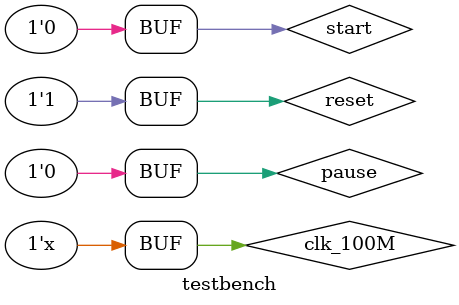
<source format=v>
`timescale 1ns / 1ps
module testbench ();
	reg clk_100M = 1'b0;
	reg reset = 1'b1;
	reg pause = 1'b0;
	reg start = 1'b0;
	wire [7:0] sig;
	wire [3:0] cs;
	wire light_60s;
	wire alert_120s;
	
	always #1 clk_100M <= ~clk_100M;
	
	initial begin
		//³õÊ¼×´Ì¬
		
		#5000				 
		start <= 1'b1;			//?????????
		#100			
		start <= 1'b0;			//?????????
		
		#5000
		pause <= 1'b1;			//??????????
		#100				
		pause <= 1'b0;			//?????????
		
		#5000
		start <= 1'b1;			//??????????
		#100				
		start <= 1'b0;			//??????????
		
		#5000
		pause <= 1'b1;			//??????????
		#100			
		pause <= 1'b0;			//?????????

		#5000
		reset <= 1'b0;			//??????????
		#100			
		reset <= 1'b1;			//?????????

		#5000			 
		start <= 1'b1;			//?????????
		#100				
		start <= 1'b0;			//?????????

		#5000
		pause <= 1'b1;			//??????????
		#100				
		pause <= 1'b0;			//?????????

		#5000
		reset <= 1'b0;			//??????????
		#100			
		reset <= 1'b1;			//?????????
	end
	
	time_counter TC(
		.clk( clk_100M ),
		.pause_key( pause ),
		.reset_key( reset ),
		.start_key( start ),
		.sig_seg( sig ),
		.CS( cs ),
		.light( light_60s ),
		.alert( alert_120s )
	);
	
endmodule
</source>
